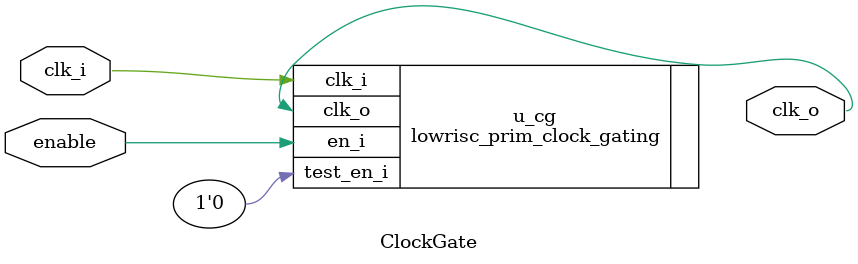
<source format=sv>

module ClockGate(
  input         clk_i,
  input         enable,  // '1' passthrough, '0' disable.
  output        clk_o
);

lowrisc_prim_clock_gating u_cg(
  .clk_i(clk_i),
  .en_i(enable),
  .test_en_i('0),
  .clk_o(clk_o)
);

endmodule  // ClockGate

</source>
